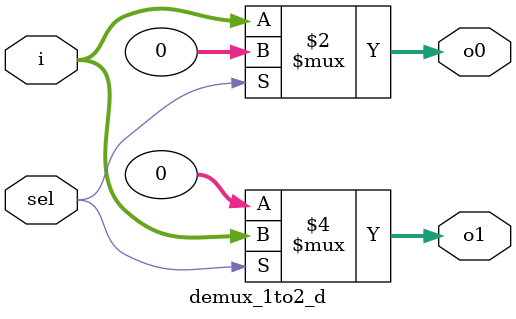
<source format=v>
module demux_1to2_d #(parameter width = 32)(
    input wire [width-1:0] i,
    input wire sel,
    output [width-1:0] o0,
    output [width-1:0] o1
);

    assign o0 = (sel == 1'b0) ? i : {width{1'b0}};
    assign o1 = (sel == 1'b1) ? i : {width{1'b0}};

endmodule

</source>
